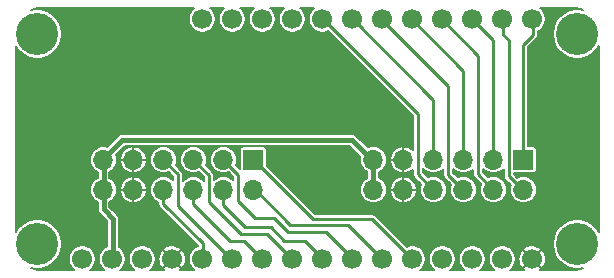
<source format=gbr>
G04 #@! TF.GenerationSoftware,KiCad,Pcbnew,(5.1.2)-1*
G04 #@! TF.CreationDate,2019-07-17T11:08:16+10:00*
G04 #@! TF.ProjectId,pmod-breakout,706d6f64-2d62-4726-9561-6b6f75742e6b,rev?*
G04 #@! TF.SameCoordinates,Original*
G04 #@! TF.FileFunction,Copper,L1,Top*
G04 #@! TF.FilePolarity,Positive*
%FSLAX46Y46*%
G04 Gerber Fmt 4.6, Leading zero omitted, Abs format (unit mm)*
G04 Created by KiCad (PCBNEW (5.1.2)-1) date 2019-07-17 11:08:16*
%MOMM*%
%LPD*%
G04 APERTURE LIST*
%ADD10C,1.700000*%
%ADD11C,3.556000*%
%ADD12R,1.700000X1.700000*%
%ADD13O,1.700000X1.700000*%
%ADD14C,0.300000*%
%ADD15C,0.400000*%
%ADD16C,0.250000*%
%ADD17C,0.200000*%
G04 APERTURE END LIST*
D10*
X94230000Y-79010000D03*
X96770000Y-79010000D03*
X99310000Y-79010000D03*
X101850000Y-79010000D03*
X104390000Y-79010000D03*
X106930000Y-79010000D03*
X109470000Y-79010000D03*
X112010000Y-79010000D03*
X114550000Y-79010000D03*
X117090000Y-79010000D03*
X119630000Y-79010000D03*
X122170000Y-79010000D03*
X124710000Y-79010000D03*
X127250000Y-79010000D03*
X91690000Y-79010000D03*
X129790000Y-79010000D03*
X101850000Y-58690000D03*
X104390000Y-58690000D03*
X106930000Y-58690000D03*
X109470000Y-58690000D03*
X112010000Y-58690000D03*
X114550000Y-58690000D03*
X117090000Y-58690000D03*
X119630000Y-58690000D03*
X122170000Y-58690000D03*
X124710000Y-58690000D03*
X127250000Y-58690000D03*
X129790000Y-58690000D03*
D11*
X87880000Y-59960000D03*
X133600000Y-59960000D03*
X87880000Y-77740000D03*
X133600000Y-77740000D03*
D12*
X106182440Y-70615200D03*
D13*
X93482440Y-73155200D03*
X96022440Y-70615200D03*
X96022440Y-73155200D03*
X98562440Y-70615200D03*
X98562440Y-73155200D03*
X101102440Y-70615200D03*
X101102440Y-73155200D03*
X103642440Y-70615200D03*
X103642440Y-73155200D03*
X93482440Y-70615200D03*
X106182440Y-73155200D03*
D12*
X129042440Y-70615200D03*
D13*
X116342440Y-73155200D03*
X118882440Y-70615200D03*
X118882440Y-73155200D03*
X121422440Y-70615200D03*
X121422440Y-73155200D03*
X123962440Y-70615200D03*
X123962440Y-73155200D03*
X126502440Y-70615200D03*
X126502440Y-73155200D03*
X116342440Y-70615200D03*
X129042440Y-73155200D03*
D14*
X116400000Y-73100000D02*
X116300000Y-73200000D01*
D15*
X116300000Y-70700000D02*
X116300000Y-73200000D01*
X114500000Y-68900000D02*
X116300000Y-70700000D01*
X97195559Y-68900000D02*
X114500000Y-68900000D01*
X97195559Y-68900000D02*
X95100000Y-68900000D01*
X95100000Y-68900000D02*
X93400000Y-70600000D01*
X93400000Y-70600000D02*
X93500000Y-70700000D01*
X93500000Y-72000000D02*
X93500000Y-72700000D01*
X93500000Y-70700000D02*
X93500000Y-72000000D01*
X93500000Y-72000000D02*
X93500000Y-73200000D01*
X93500000Y-72700000D02*
X93500000Y-74800000D01*
X93500000Y-74800000D02*
X94300000Y-75600000D01*
X94300000Y-75600000D02*
X94300000Y-79000000D01*
D14*
X96022440Y-73177560D02*
X96000000Y-73200000D01*
D16*
X98562440Y-74357281D02*
X101900000Y-77694841D01*
X98562440Y-73155200D02*
X98562440Y-74357281D01*
X101900000Y-77694841D02*
X101900000Y-79100000D01*
X99800000Y-74500000D02*
X104400000Y-79100000D01*
X98562440Y-70615200D02*
X99800000Y-71852760D01*
X99800000Y-71852760D02*
X99800000Y-74500000D01*
X101102440Y-74357281D02*
X104245159Y-77500000D01*
X101102440Y-73155200D02*
X101102440Y-74357281D01*
X104245159Y-77500000D02*
X105400000Y-77500000D01*
X105400000Y-77500000D02*
X106900000Y-79000000D01*
X107300000Y-76900000D02*
X109500000Y-79100000D01*
X105100000Y-76900000D02*
X107300000Y-76900000D01*
X102400000Y-74200000D02*
X105100000Y-76900000D01*
X101102440Y-70615200D02*
X102400000Y-71912760D01*
X102400000Y-71912760D02*
X102400000Y-74200000D01*
X103600000Y-73197640D02*
X103642440Y-73155200D01*
X103600000Y-73600000D02*
X103600000Y-73197640D01*
X110550000Y-77450000D02*
X112200000Y-79100000D01*
X108800000Y-77450000D02*
X110550000Y-77450000D01*
X107650000Y-76300000D02*
X108800000Y-77450000D01*
X105500000Y-76300000D02*
X107650000Y-76300000D01*
X103600000Y-73197640D02*
X103600000Y-74400000D01*
X103600000Y-74400000D02*
X105500000Y-76300000D01*
X112350000Y-76750000D02*
X114600000Y-79000000D01*
X103642440Y-70615200D02*
X104900000Y-71872760D01*
X104900000Y-74100000D02*
X106300000Y-75500000D01*
X106300000Y-75500000D02*
X107900000Y-75500000D01*
X104900000Y-71872760D02*
X104900000Y-74100000D01*
X107900000Y-75500000D02*
X109150000Y-76750000D01*
X109150000Y-76750000D02*
X112350000Y-76750000D01*
X106182440Y-73155200D02*
X106391611Y-73155200D01*
X114200000Y-76100000D02*
X117200000Y-79100000D01*
X109300000Y-76100000D02*
X114200000Y-76100000D01*
X106300000Y-73100000D02*
X109300000Y-76100000D01*
X106200000Y-73100000D02*
X106300000Y-73100000D01*
X106182440Y-73155200D02*
X106200000Y-73137640D01*
X106200000Y-73137640D02*
X106200000Y-73100000D01*
X116200000Y-75600000D02*
X119700000Y-79100000D01*
X111200000Y-75600000D02*
X116200000Y-75600000D01*
X106182440Y-70615200D02*
X106215200Y-70615200D01*
X106215200Y-70615200D02*
X111200000Y-75600000D01*
X120100000Y-66700000D02*
X112100000Y-58700000D01*
X121422440Y-73155200D02*
X120100000Y-71832760D01*
X120100000Y-71832760D02*
X120100000Y-66700000D01*
X121422440Y-65522440D02*
X114600000Y-58700000D01*
X121422440Y-70615200D02*
X121422440Y-65522440D01*
X122700000Y-64400000D02*
X117100000Y-58800000D01*
X123962440Y-73155200D02*
X122700000Y-71892760D01*
X122700000Y-71892760D02*
X122700000Y-64400000D01*
X123962440Y-63062440D02*
X119700000Y-58800000D01*
X123962440Y-70615200D02*
X123962440Y-63062440D01*
X125200000Y-61800000D02*
X122200000Y-58800000D01*
X126502440Y-73155200D02*
X125200000Y-71852760D01*
X125200000Y-71852760D02*
X125200000Y-61800000D01*
X126502440Y-60502440D02*
X124800000Y-58800000D01*
X126502440Y-70615200D02*
X126502440Y-60502440D01*
X127800000Y-72000000D02*
X129000000Y-73200000D01*
X127800000Y-60500000D02*
X127800000Y-72000000D01*
X127310000Y-60010000D02*
X127800000Y-60500000D01*
X127300000Y-58700000D02*
X127310000Y-58710000D01*
X127310000Y-58710000D02*
X127310000Y-60010000D01*
X129900000Y-58800000D02*
X129800000Y-58700000D01*
X129900000Y-60000000D02*
X129900000Y-58800000D01*
X129042440Y-70615200D02*
X129042440Y-60857560D01*
X129042440Y-60857560D02*
X129900000Y-60000000D01*
D17*
G36*
X101116918Y-57796737D02*
G01*
X100956737Y-57956918D01*
X100830884Y-58145271D01*
X100744194Y-58354557D01*
X100700000Y-58576735D01*
X100700000Y-58803265D01*
X100744194Y-59025443D01*
X100830884Y-59234729D01*
X100956737Y-59423082D01*
X101116918Y-59583263D01*
X101305271Y-59709116D01*
X101514557Y-59795806D01*
X101736735Y-59840000D01*
X101963265Y-59840000D01*
X102185443Y-59795806D01*
X102394729Y-59709116D01*
X102583082Y-59583263D01*
X102743263Y-59423082D01*
X102869116Y-59234729D01*
X102955806Y-59025443D01*
X103000000Y-58803265D01*
X103000000Y-58576735D01*
X102955806Y-58354557D01*
X102869116Y-58145271D01*
X102743263Y-57956918D01*
X102583082Y-57796737D01*
X102505652Y-57745000D01*
X103734348Y-57745000D01*
X103656918Y-57796737D01*
X103496737Y-57956918D01*
X103370884Y-58145271D01*
X103284194Y-58354557D01*
X103240000Y-58576735D01*
X103240000Y-58803265D01*
X103284194Y-59025443D01*
X103370884Y-59234729D01*
X103496737Y-59423082D01*
X103656918Y-59583263D01*
X103845271Y-59709116D01*
X104054557Y-59795806D01*
X104276735Y-59840000D01*
X104503265Y-59840000D01*
X104725443Y-59795806D01*
X104934729Y-59709116D01*
X105123082Y-59583263D01*
X105283263Y-59423082D01*
X105409116Y-59234729D01*
X105495806Y-59025443D01*
X105540000Y-58803265D01*
X105540000Y-58576735D01*
X105495806Y-58354557D01*
X105409116Y-58145271D01*
X105283263Y-57956918D01*
X105123082Y-57796737D01*
X105045652Y-57745000D01*
X106274348Y-57745000D01*
X106196918Y-57796737D01*
X106036737Y-57956918D01*
X105910884Y-58145271D01*
X105824194Y-58354557D01*
X105780000Y-58576735D01*
X105780000Y-58803265D01*
X105824194Y-59025443D01*
X105910884Y-59234729D01*
X106036737Y-59423082D01*
X106196918Y-59583263D01*
X106385271Y-59709116D01*
X106594557Y-59795806D01*
X106816735Y-59840000D01*
X107043265Y-59840000D01*
X107265443Y-59795806D01*
X107474729Y-59709116D01*
X107663082Y-59583263D01*
X107823263Y-59423082D01*
X107949116Y-59234729D01*
X108035806Y-59025443D01*
X108080000Y-58803265D01*
X108080000Y-58576735D01*
X108035806Y-58354557D01*
X107949116Y-58145271D01*
X107823263Y-57956918D01*
X107663082Y-57796737D01*
X107585652Y-57745000D01*
X108814348Y-57745000D01*
X108736918Y-57796737D01*
X108576737Y-57956918D01*
X108450884Y-58145271D01*
X108364194Y-58354557D01*
X108320000Y-58576735D01*
X108320000Y-58803265D01*
X108364194Y-59025443D01*
X108450884Y-59234729D01*
X108576737Y-59423082D01*
X108736918Y-59583263D01*
X108925271Y-59709116D01*
X109134557Y-59795806D01*
X109356735Y-59840000D01*
X109583265Y-59840000D01*
X109805443Y-59795806D01*
X110014729Y-59709116D01*
X110203082Y-59583263D01*
X110363263Y-59423082D01*
X110489116Y-59234729D01*
X110575806Y-59025443D01*
X110620000Y-58803265D01*
X110620000Y-58576735D01*
X110575806Y-58354557D01*
X110489116Y-58145271D01*
X110363263Y-57956918D01*
X110203082Y-57796737D01*
X110125652Y-57745000D01*
X111354348Y-57745000D01*
X111276918Y-57796737D01*
X111116737Y-57956918D01*
X110990884Y-58145271D01*
X110904194Y-58354557D01*
X110860000Y-58576735D01*
X110860000Y-58803265D01*
X110904194Y-59025443D01*
X110990884Y-59234729D01*
X111116737Y-59423082D01*
X111276918Y-59583263D01*
X111465271Y-59709116D01*
X111674557Y-59795806D01*
X111896735Y-59840000D01*
X112123265Y-59840000D01*
X112345443Y-59795806D01*
X112521740Y-59722780D01*
X119675001Y-66876042D01*
X119675000Y-69774925D01*
X119560219Y-69673810D01*
X119363540Y-69559670D01*
X119148372Y-69486094D01*
X119068841Y-69470275D01*
X118887440Y-69532712D01*
X118887440Y-70610200D01*
X118907440Y-70610200D01*
X118907440Y-70620200D01*
X118887440Y-70620200D01*
X118887440Y-71697688D01*
X119068841Y-71760125D01*
X119148372Y-71744306D01*
X119363540Y-71670730D01*
X119560219Y-71556590D01*
X119675000Y-71455475D01*
X119675000Y-71811893D01*
X119672945Y-71832760D01*
X119675000Y-71853627D01*
X119675000Y-71853633D01*
X119681150Y-71916073D01*
X119705452Y-71996186D01*
X119744916Y-72070019D01*
X119798026Y-72134734D01*
X119814244Y-72148044D01*
X120363319Y-72697119D01*
X120354838Y-72712985D01*
X120289080Y-72929761D01*
X120266876Y-73155200D01*
X120289080Y-73380639D01*
X120354838Y-73597415D01*
X120461624Y-73797197D01*
X120605333Y-73972307D01*
X120780443Y-74116016D01*
X120980225Y-74222802D01*
X121197001Y-74288560D01*
X121365948Y-74305200D01*
X121478932Y-74305200D01*
X121647879Y-74288560D01*
X121864655Y-74222802D01*
X122064437Y-74116016D01*
X122239547Y-73972307D01*
X122383256Y-73797197D01*
X122490042Y-73597415D01*
X122555800Y-73380639D01*
X122578004Y-73155200D01*
X122555800Y-72929761D01*
X122490042Y-72712985D01*
X122383256Y-72513203D01*
X122239547Y-72338093D01*
X122064437Y-72194384D01*
X121864655Y-72087598D01*
X121647879Y-72021840D01*
X121478932Y-72005200D01*
X121365948Y-72005200D01*
X121197001Y-72021840D01*
X120980225Y-72087598D01*
X120964359Y-72096079D01*
X120525000Y-71656720D01*
X120525000Y-71334421D01*
X120605333Y-71432307D01*
X120780443Y-71576016D01*
X120980225Y-71682802D01*
X121197001Y-71748560D01*
X121365948Y-71765200D01*
X121478932Y-71765200D01*
X121647879Y-71748560D01*
X121864655Y-71682802D01*
X122064437Y-71576016D01*
X122239547Y-71432307D01*
X122275000Y-71389107D01*
X122275000Y-71871893D01*
X122272945Y-71892760D01*
X122275000Y-71913627D01*
X122275000Y-71913633D01*
X122279180Y-71956073D01*
X122281150Y-71976074D01*
X122288408Y-72000000D01*
X122305452Y-72056186D01*
X122344916Y-72130019D01*
X122398026Y-72194734D01*
X122414243Y-72208043D01*
X122903319Y-72697119D01*
X122894838Y-72712985D01*
X122829080Y-72929761D01*
X122806876Y-73155200D01*
X122829080Y-73380639D01*
X122894838Y-73597415D01*
X123001624Y-73797197D01*
X123145333Y-73972307D01*
X123320443Y-74116016D01*
X123520225Y-74222802D01*
X123737001Y-74288560D01*
X123905948Y-74305200D01*
X124018932Y-74305200D01*
X124187879Y-74288560D01*
X124404655Y-74222802D01*
X124604437Y-74116016D01*
X124779547Y-73972307D01*
X124923256Y-73797197D01*
X125030042Y-73597415D01*
X125095800Y-73380639D01*
X125118004Y-73155200D01*
X125095800Y-72929761D01*
X125030042Y-72712985D01*
X124923256Y-72513203D01*
X124779547Y-72338093D01*
X124604437Y-72194384D01*
X124404655Y-72087598D01*
X124187879Y-72021840D01*
X124018932Y-72005200D01*
X123905948Y-72005200D01*
X123737001Y-72021840D01*
X123520225Y-72087598D01*
X123504359Y-72096079D01*
X123125000Y-71716720D01*
X123125000Y-71407531D01*
X123145333Y-71432307D01*
X123320443Y-71576016D01*
X123520225Y-71682802D01*
X123737001Y-71748560D01*
X123905948Y-71765200D01*
X124018932Y-71765200D01*
X124187879Y-71748560D01*
X124404655Y-71682802D01*
X124604437Y-71576016D01*
X124775000Y-71436039D01*
X124775000Y-71831893D01*
X124772945Y-71852760D01*
X124775000Y-71873627D01*
X124775000Y-71873633D01*
X124781150Y-71936073D01*
X124805452Y-72016186D01*
X124844916Y-72090019D01*
X124898026Y-72154734D01*
X124914243Y-72168043D01*
X125443319Y-72697119D01*
X125434838Y-72712985D01*
X125369080Y-72929761D01*
X125346876Y-73155200D01*
X125369080Y-73380639D01*
X125434838Y-73597415D01*
X125541624Y-73797197D01*
X125685333Y-73972307D01*
X125860443Y-74116016D01*
X126060225Y-74222802D01*
X126277001Y-74288560D01*
X126445948Y-74305200D01*
X126558932Y-74305200D01*
X126727879Y-74288560D01*
X126944655Y-74222802D01*
X127144437Y-74116016D01*
X127319547Y-73972307D01*
X127463256Y-73797197D01*
X127570042Y-73597415D01*
X127635800Y-73380639D01*
X127658004Y-73155200D01*
X127635800Y-72929761D01*
X127570042Y-72712985D01*
X127463256Y-72513203D01*
X127319547Y-72338093D01*
X127144437Y-72194384D01*
X126944655Y-72087598D01*
X126727879Y-72021840D01*
X126558932Y-72005200D01*
X126445948Y-72005200D01*
X126277001Y-72021840D01*
X126060225Y-72087598D01*
X126044359Y-72096079D01*
X125625000Y-71676720D01*
X125625000Y-71358791D01*
X125685333Y-71432307D01*
X125860443Y-71576016D01*
X126060225Y-71682802D01*
X126277001Y-71748560D01*
X126445948Y-71765200D01*
X126558932Y-71765200D01*
X126727879Y-71748560D01*
X126944655Y-71682802D01*
X127144437Y-71576016D01*
X127319547Y-71432307D01*
X127375001Y-71364736D01*
X127375001Y-71979123D01*
X127372945Y-72000000D01*
X127381150Y-72083314D01*
X127401386Y-72150019D01*
X127405453Y-72163427D01*
X127444917Y-72237260D01*
X127498027Y-72301974D01*
X127514239Y-72315279D01*
X127960200Y-72761240D01*
X127909080Y-72929761D01*
X127886876Y-73155200D01*
X127909080Y-73380639D01*
X127974838Y-73597415D01*
X128081624Y-73797197D01*
X128225333Y-73972307D01*
X128400443Y-74116016D01*
X128600225Y-74222802D01*
X128817001Y-74288560D01*
X128985948Y-74305200D01*
X129098932Y-74305200D01*
X129267879Y-74288560D01*
X129484655Y-74222802D01*
X129684437Y-74116016D01*
X129859547Y-73972307D01*
X130003256Y-73797197D01*
X130110042Y-73597415D01*
X130175800Y-73380639D01*
X130198004Y-73155200D01*
X130175800Y-72929761D01*
X130110042Y-72712985D01*
X130003256Y-72513203D01*
X129859547Y-72338093D01*
X129684437Y-72194384D01*
X129484655Y-72087598D01*
X129267879Y-72021840D01*
X129098932Y-72005200D01*
X128985948Y-72005200D01*
X128817001Y-72021840D01*
X128600225Y-72087598D01*
X128527507Y-72126467D01*
X128225000Y-71823960D01*
X128225000Y-71766651D01*
X129892440Y-71766651D01*
X129951250Y-71760859D01*
X130007800Y-71743704D01*
X130059917Y-71715847D01*
X130105598Y-71678358D01*
X130143087Y-71632677D01*
X130170944Y-71580560D01*
X130188099Y-71524010D01*
X130193891Y-71465200D01*
X130193891Y-69765200D01*
X130188099Y-69706390D01*
X130170944Y-69649840D01*
X130143087Y-69597723D01*
X130105598Y-69552042D01*
X130059917Y-69514553D01*
X130007800Y-69486696D01*
X129951250Y-69469541D01*
X129892440Y-69463749D01*
X129467440Y-69463749D01*
X129467440Y-61033600D01*
X130185763Y-60315278D01*
X130201974Y-60301974D01*
X130217003Y-60283662D01*
X130227832Y-60270466D01*
X130255084Y-60237260D01*
X130294548Y-60163427D01*
X130317736Y-60086986D01*
X130318850Y-60083315D01*
X130319871Y-60072944D01*
X130325000Y-60020874D01*
X130325000Y-60020867D01*
X130327055Y-60000000D01*
X130325000Y-59979133D01*
X130325000Y-59713146D01*
X130334729Y-59709116D01*
X130523082Y-59583263D01*
X130683263Y-59423082D01*
X130809116Y-59234729D01*
X130895806Y-59025443D01*
X130940000Y-58803265D01*
X130940000Y-58576735D01*
X130895806Y-58354557D01*
X130809116Y-58145271D01*
X130683263Y-57956918D01*
X130523082Y-57796737D01*
X130445652Y-57745000D01*
X133177703Y-57745000D01*
X133623526Y-57788713D01*
X134037078Y-57913572D01*
X134081122Y-57936991D01*
X133804665Y-57882000D01*
X133395335Y-57882000D01*
X132993870Y-57961856D01*
X132615698Y-58118500D01*
X132275352Y-58345912D01*
X131985912Y-58635352D01*
X131758500Y-58975698D01*
X131601856Y-59353870D01*
X131522000Y-59755335D01*
X131522000Y-60164665D01*
X131601856Y-60566130D01*
X131758500Y-60944302D01*
X131985912Y-61284648D01*
X132275352Y-61574088D01*
X132615698Y-61801500D01*
X132993870Y-61958144D01*
X133395335Y-62038000D01*
X133804665Y-62038000D01*
X134206130Y-61958144D01*
X134584302Y-61801500D01*
X134924648Y-61574088D01*
X135214088Y-61284648D01*
X135408573Y-60993580D01*
X135408161Y-76705802D01*
X135214088Y-76415352D01*
X134924648Y-76125912D01*
X134584302Y-75898500D01*
X134206130Y-75741856D01*
X133804665Y-75662000D01*
X133395335Y-75662000D01*
X132993870Y-75741856D01*
X132615698Y-75898500D01*
X132275352Y-76125912D01*
X131985912Y-76415352D01*
X131758500Y-76755698D01*
X131601856Y-77133870D01*
X131522000Y-77535335D01*
X131522000Y-77944665D01*
X131601856Y-78346130D01*
X131758500Y-78724302D01*
X131985912Y-79064648D01*
X132275352Y-79354088D01*
X132615698Y-79581500D01*
X132993870Y-79738144D01*
X133395335Y-79818000D01*
X133804665Y-79818000D01*
X134074505Y-79764326D01*
X134012009Y-79796582D01*
X133596007Y-79916655D01*
X133178696Y-79955000D01*
X130471534Y-79955000D01*
X130555869Y-79782940D01*
X129790000Y-79017071D01*
X129024131Y-79782940D01*
X129108466Y-79955000D01*
X127905652Y-79955000D01*
X127983082Y-79903263D01*
X128143263Y-79743082D01*
X128269116Y-79554729D01*
X128355806Y-79345443D01*
X128400000Y-79123265D01*
X128400000Y-78969235D01*
X128625101Y-78969235D01*
X128639532Y-79197279D01*
X128698174Y-79418126D01*
X128798774Y-79623289D01*
X128844069Y-79691078D01*
X129017060Y-79775869D01*
X129782929Y-79010000D01*
X129797071Y-79010000D01*
X130562940Y-79775869D01*
X130735931Y-79691078D01*
X130850627Y-79493450D01*
X130924563Y-79277242D01*
X130954899Y-79050765D01*
X130940468Y-78822721D01*
X130881826Y-78601874D01*
X130781226Y-78396711D01*
X130735931Y-78328922D01*
X130562940Y-78244131D01*
X129797071Y-79010000D01*
X129782929Y-79010000D01*
X129017060Y-78244131D01*
X128844069Y-78328922D01*
X128729373Y-78526550D01*
X128655437Y-78742758D01*
X128625101Y-78969235D01*
X128400000Y-78969235D01*
X128400000Y-78896735D01*
X128355806Y-78674557D01*
X128269116Y-78465271D01*
X128143263Y-78276918D01*
X128103405Y-78237060D01*
X129024131Y-78237060D01*
X129790000Y-79002929D01*
X130555869Y-78237060D01*
X130471078Y-78064069D01*
X130273450Y-77949373D01*
X130057242Y-77875437D01*
X129830765Y-77845101D01*
X129602721Y-77859532D01*
X129381874Y-77918174D01*
X129176711Y-78018774D01*
X129108922Y-78064069D01*
X129024131Y-78237060D01*
X128103405Y-78237060D01*
X127983082Y-78116737D01*
X127794729Y-77990884D01*
X127585443Y-77904194D01*
X127363265Y-77860000D01*
X127136735Y-77860000D01*
X126914557Y-77904194D01*
X126705271Y-77990884D01*
X126516918Y-78116737D01*
X126356737Y-78276918D01*
X126230884Y-78465271D01*
X126144194Y-78674557D01*
X126100000Y-78896735D01*
X126100000Y-79123265D01*
X126144194Y-79345443D01*
X126230884Y-79554729D01*
X126356737Y-79743082D01*
X126516918Y-79903263D01*
X126594348Y-79955000D01*
X125365652Y-79955000D01*
X125443082Y-79903263D01*
X125603263Y-79743082D01*
X125729116Y-79554729D01*
X125815806Y-79345443D01*
X125860000Y-79123265D01*
X125860000Y-78896735D01*
X125815806Y-78674557D01*
X125729116Y-78465271D01*
X125603263Y-78276918D01*
X125443082Y-78116737D01*
X125254729Y-77990884D01*
X125045443Y-77904194D01*
X124823265Y-77860000D01*
X124596735Y-77860000D01*
X124374557Y-77904194D01*
X124165271Y-77990884D01*
X123976918Y-78116737D01*
X123816737Y-78276918D01*
X123690884Y-78465271D01*
X123604194Y-78674557D01*
X123560000Y-78896735D01*
X123560000Y-79123265D01*
X123604194Y-79345443D01*
X123690884Y-79554729D01*
X123816737Y-79743082D01*
X123976918Y-79903263D01*
X124054348Y-79955000D01*
X122825652Y-79955000D01*
X122903082Y-79903263D01*
X123063263Y-79743082D01*
X123189116Y-79554729D01*
X123275806Y-79345443D01*
X123320000Y-79123265D01*
X123320000Y-78896735D01*
X123275806Y-78674557D01*
X123189116Y-78465271D01*
X123063263Y-78276918D01*
X122903082Y-78116737D01*
X122714729Y-77990884D01*
X122505443Y-77904194D01*
X122283265Y-77860000D01*
X122056735Y-77860000D01*
X121834557Y-77904194D01*
X121625271Y-77990884D01*
X121436918Y-78116737D01*
X121276737Y-78276918D01*
X121150884Y-78465271D01*
X121064194Y-78674557D01*
X121020000Y-78896735D01*
X121020000Y-79123265D01*
X121064194Y-79345443D01*
X121150884Y-79554729D01*
X121276737Y-79743082D01*
X121436918Y-79903263D01*
X121514348Y-79955000D01*
X120285652Y-79955000D01*
X120363082Y-79903263D01*
X120523263Y-79743082D01*
X120649116Y-79554729D01*
X120735806Y-79345443D01*
X120780000Y-79123265D01*
X120780000Y-78896735D01*
X120735806Y-78674557D01*
X120649116Y-78465271D01*
X120523263Y-78276918D01*
X120363082Y-78116737D01*
X120174729Y-77990884D01*
X119965443Y-77904194D01*
X119743265Y-77860000D01*
X119516735Y-77860000D01*
X119294557Y-77904194D01*
X119160686Y-77959646D01*
X116515283Y-75314243D01*
X116501974Y-75298026D01*
X116437260Y-75244916D01*
X116363427Y-75205452D01*
X116283314Y-75181150D01*
X116220874Y-75175000D01*
X116220867Y-75175000D01*
X116200000Y-75172945D01*
X116179133Y-75175000D01*
X111376041Y-75175000D01*
X107333891Y-71132851D01*
X107333891Y-69765200D01*
X107328099Y-69706390D01*
X107310944Y-69649840D01*
X107283087Y-69597723D01*
X107245598Y-69552042D01*
X107199917Y-69514553D01*
X107147800Y-69486696D01*
X107091250Y-69469541D01*
X107032440Y-69463749D01*
X105332440Y-69463749D01*
X105273630Y-69469541D01*
X105217080Y-69486696D01*
X105164963Y-69514553D01*
X105119282Y-69552042D01*
X105081793Y-69597723D01*
X105053936Y-69649840D01*
X105036781Y-69706390D01*
X105030989Y-69765200D01*
X105030989Y-71402708D01*
X104701561Y-71073281D01*
X104710042Y-71057415D01*
X104775800Y-70840639D01*
X104798004Y-70615200D01*
X104775800Y-70389761D01*
X104710042Y-70172985D01*
X104603256Y-69973203D01*
X104459547Y-69798093D01*
X104284437Y-69654384D01*
X104084655Y-69547598D01*
X103867879Y-69481840D01*
X103698932Y-69465200D01*
X103585948Y-69465200D01*
X103417001Y-69481840D01*
X103200225Y-69547598D01*
X103000443Y-69654384D01*
X102825333Y-69798093D01*
X102681624Y-69973203D01*
X102574838Y-70172985D01*
X102509080Y-70389761D01*
X102486876Y-70615200D01*
X102509080Y-70840639D01*
X102574838Y-71057415D01*
X102681624Y-71257197D01*
X102825333Y-71432307D01*
X103000443Y-71576016D01*
X103200225Y-71682802D01*
X103417001Y-71748560D01*
X103585948Y-71765200D01*
X103698932Y-71765200D01*
X103867879Y-71748560D01*
X104084655Y-71682802D01*
X104100521Y-71674321D01*
X104475000Y-72048801D01*
X104475000Y-72356923D01*
X104459547Y-72338093D01*
X104284437Y-72194384D01*
X104084655Y-72087598D01*
X103867879Y-72021840D01*
X103698932Y-72005200D01*
X103585948Y-72005200D01*
X103417001Y-72021840D01*
X103200225Y-72087598D01*
X103000443Y-72194384D01*
X102825333Y-72338093D01*
X102825000Y-72338499D01*
X102825000Y-71933627D01*
X102827055Y-71912760D01*
X102825000Y-71891893D01*
X102825000Y-71891886D01*
X102818850Y-71829446D01*
X102794548Y-71749333D01*
X102755084Y-71675500D01*
X102701974Y-71610786D01*
X102685763Y-71597482D01*
X102161561Y-71073281D01*
X102170042Y-71057415D01*
X102235800Y-70840639D01*
X102258004Y-70615200D01*
X102235800Y-70389761D01*
X102170042Y-70172985D01*
X102063256Y-69973203D01*
X101919547Y-69798093D01*
X101744437Y-69654384D01*
X101544655Y-69547598D01*
X101327879Y-69481840D01*
X101158932Y-69465200D01*
X101045948Y-69465200D01*
X100877001Y-69481840D01*
X100660225Y-69547598D01*
X100460443Y-69654384D01*
X100285333Y-69798093D01*
X100141624Y-69973203D01*
X100034838Y-70172985D01*
X99969080Y-70389761D01*
X99946876Y-70615200D01*
X99969080Y-70840639D01*
X100034838Y-71057415D01*
X100141624Y-71257197D01*
X100285333Y-71432307D01*
X100460443Y-71576016D01*
X100660225Y-71682802D01*
X100877001Y-71748560D01*
X101045948Y-71765200D01*
X101158932Y-71765200D01*
X101327879Y-71748560D01*
X101544655Y-71682802D01*
X101560521Y-71674321D01*
X101975000Y-72088801D01*
X101975000Y-72405663D01*
X101919547Y-72338093D01*
X101744437Y-72194384D01*
X101544655Y-72087598D01*
X101327879Y-72021840D01*
X101158932Y-72005200D01*
X101045948Y-72005200D01*
X100877001Y-72021840D01*
X100660225Y-72087598D01*
X100460443Y-72194384D01*
X100285333Y-72338093D01*
X100225000Y-72411609D01*
X100225000Y-71873626D01*
X100227055Y-71852759D01*
X100225000Y-71831892D01*
X100225000Y-71831886D01*
X100218850Y-71769446D01*
X100212749Y-71749332D01*
X100200615Y-71709334D01*
X100194548Y-71689333D01*
X100155084Y-71615500D01*
X100101974Y-71550786D01*
X100085761Y-71537480D01*
X99621561Y-71073281D01*
X99630042Y-71057415D01*
X99695800Y-70840639D01*
X99718004Y-70615200D01*
X99695800Y-70389761D01*
X99630042Y-70172985D01*
X99523256Y-69973203D01*
X99379547Y-69798093D01*
X99204437Y-69654384D01*
X99004655Y-69547598D01*
X98787879Y-69481840D01*
X98618932Y-69465200D01*
X98505948Y-69465200D01*
X98337001Y-69481840D01*
X98120225Y-69547598D01*
X97920443Y-69654384D01*
X97745333Y-69798093D01*
X97601624Y-69973203D01*
X97494838Y-70172985D01*
X97429080Y-70389761D01*
X97406876Y-70615200D01*
X97429080Y-70840639D01*
X97494838Y-71057415D01*
X97601624Y-71257197D01*
X97745333Y-71432307D01*
X97920443Y-71576016D01*
X98120225Y-71682802D01*
X98337001Y-71748560D01*
X98505948Y-71765200D01*
X98618932Y-71765200D01*
X98787879Y-71748560D01*
X99004655Y-71682802D01*
X99020521Y-71674321D01*
X99375000Y-72028801D01*
X99375000Y-72334362D01*
X99204437Y-72194384D01*
X99004655Y-72087598D01*
X98787879Y-72021840D01*
X98618932Y-72005200D01*
X98505948Y-72005200D01*
X98337001Y-72021840D01*
X98120225Y-72087598D01*
X97920443Y-72194384D01*
X97745333Y-72338093D01*
X97601624Y-72513203D01*
X97494838Y-72712985D01*
X97429080Y-72929761D01*
X97406876Y-73155200D01*
X97429080Y-73380639D01*
X97494838Y-73597415D01*
X97601624Y-73797197D01*
X97745333Y-73972307D01*
X97920443Y-74116016D01*
X98120225Y-74222802D01*
X98137441Y-74228024D01*
X98137441Y-74336405D01*
X98135385Y-74357281D01*
X98143590Y-74440595D01*
X98159957Y-74494548D01*
X98167893Y-74520708D01*
X98207357Y-74594541D01*
X98260467Y-74659255D01*
X98276679Y-74672560D01*
X101475000Y-77870881D01*
X101475000Y-77920579D01*
X101305271Y-77990884D01*
X101116918Y-78116737D01*
X100956737Y-78276918D01*
X100830884Y-78465271D01*
X100744194Y-78674557D01*
X100700000Y-78896735D01*
X100700000Y-79123265D01*
X100744194Y-79345443D01*
X100830884Y-79554729D01*
X100956737Y-79743082D01*
X101116918Y-79903263D01*
X101194348Y-79955000D01*
X99991534Y-79955000D01*
X100075869Y-79782940D01*
X99310000Y-79017071D01*
X98544131Y-79782940D01*
X98628466Y-79955000D01*
X97425652Y-79955000D01*
X97503082Y-79903263D01*
X97663263Y-79743082D01*
X97789116Y-79554729D01*
X97875806Y-79345443D01*
X97920000Y-79123265D01*
X97920000Y-78969235D01*
X98145101Y-78969235D01*
X98159532Y-79197279D01*
X98218174Y-79418126D01*
X98318774Y-79623289D01*
X98364069Y-79691078D01*
X98537060Y-79775869D01*
X99302929Y-79010000D01*
X99317071Y-79010000D01*
X100082940Y-79775869D01*
X100255931Y-79691078D01*
X100370627Y-79493450D01*
X100444563Y-79277242D01*
X100474899Y-79050765D01*
X100460468Y-78822721D01*
X100401826Y-78601874D01*
X100301226Y-78396711D01*
X100255931Y-78328922D01*
X100082940Y-78244131D01*
X99317071Y-79010000D01*
X99302929Y-79010000D01*
X98537060Y-78244131D01*
X98364069Y-78328922D01*
X98249373Y-78526550D01*
X98175437Y-78742758D01*
X98145101Y-78969235D01*
X97920000Y-78969235D01*
X97920000Y-78896735D01*
X97875806Y-78674557D01*
X97789116Y-78465271D01*
X97663263Y-78276918D01*
X97623405Y-78237060D01*
X98544131Y-78237060D01*
X99310000Y-79002929D01*
X100075869Y-78237060D01*
X99991078Y-78064069D01*
X99793450Y-77949373D01*
X99577242Y-77875437D01*
X99350765Y-77845101D01*
X99122721Y-77859532D01*
X98901874Y-77918174D01*
X98696711Y-78018774D01*
X98628922Y-78064069D01*
X98544131Y-78237060D01*
X97623405Y-78237060D01*
X97503082Y-78116737D01*
X97314729Y-77990884D01*
X97105443Y-77904194D01*
X96883265Y-77860000D01*
X96656735Y-77860000D01*
X96434557Y-77904194D01*
X96225271Y-77990884D01*
X96036918Y-78116737D01*
X95876737Y-78276918D01*
X95750884Y-78465271D01*
X95664194Y-78674557D01*
X95620000Y-78896735D01*
X95620000Y-79123265D01*
X95664194Y-79345443D01*
X95750884Y-79554729D01*
X95876737Y-79743082D01*
X96036918Y-79903263D01*
X96114348Y-79955000D01*
X94885652Y-79955000D01*
X94963082Y-79903263D01*
X95123263Y-79743082D01*
X95249116Y-79554729D01*
X95335806Y-79345443D01*
X95380000Y-79123265D01*
X95380000Y-78896735D01*
X95335806Y-78674557D01*
X95249116Y-78465271D01*
X95123263Y-78276918D01*
X94963082Y-78116737D01*
X94800000Y-78007769D01*
X94800000Y-75624560D01*
X94802419Y-75600000D01*
X94792765Y-75501983D01*
X94772923Y-75436572D01*
X94764175Y-75407733D01*
X94717746Y-75320871D01*
X94655264Y-75244736D01*
X94636187Y-75229080D01*
X94000000Y-74592895D01*
X94000000Y-74182529D01*
X94124437Y-74116016D01*
X94299547Y-73972307D01*
X94443256Y-73797197D01*
X94550042Y-73597415D01*
X94615800Y-73380639D01*
X94619644Y-73341601D01*
X94877515Y-73341601D01*
X94935879Y-73561383D01*
X95035999Y-73765556D01*
X95174028Y-73946273D01*
X95344661Y-74096590D01*
X95541340Y-74210730D01*
X95756508Y-74284306D01*
X95836039Y-74300125D01*
X96017440Y-74237688D01*
X96017440Y-73160200D01*
X96027440Y-73160200D01*
X96027440Y-74237688D01*
X96208841Y-74300125D01*
X96288372Y-74284306D01*
X96503540Y-74210730D01*
X96700219Y-74096590D01*
X96870852Y-73946273D01*
X97008881Y-73765556D01*
X97109001Y-73561383D01*
X97167365Y-73341601D01*
X97104929Y-73160200D01*
X96027440Y-73160200D01*
X96017440Y-73160200D01*
X94939951Y-73160200D01*
X94877515Y-73341601D01*
X94619644Y-73341601D01*
X94638004Y-73155200D01*
X94619645Y-72968799D01*
X94877515Y-72968799D01*
X94939951Y-73150200D01*
X96017440Y-73150200D01*
X96017440Y-72072712D01*
X96027440Y-72072712D01*
X96027440Y-73150200D01*
X97104929Y-73150200D01*
X97167365Y-72968799D01*
X97109001Y-72749017D01*
X97008881Y-72544844D01*
X96870852Y-72364127D01*
X96700219Y-72213810D01*
X96503540Y-72099670D01*
X96288372Y-72026094D01*
X96208841Y-72010275D01*
X96027440Y-72072712D01*
X96017440Y-72072712D01*
X95836039Y-72010275D01*
X95756508Y-72026094D01*
X95541340Y-72099670D01*
X95344661Y-72213810D01*
X95174028Y-72364127D01*
X95035999Y-72544844D01*
X94935879Y-72749017D01*
X94877515Y-72968799D01*
X94619645Y-72968799D01*
X94615800Y-72929761D01*
X94550042Y-72712985D01*
X94443256Y-72513203D01*
X94299547Y-72338093D01*
X94124437Y-72194384D01*
X94000000Y-72127871D01*
X94000000Y-71642529D01*
X94124437Y-71576016D01*
X94299547Y-71432307D01*
X94443256Y-71257197D01*
X94550042Y-71057415D01*
X94615800Y-70840639D01*
X94619644Y-70801601D01*
X94877515Y-70801601D01*
X94935879Y-71021383D01*
X95035999Y-71225556D01*
X95174028Y-71406273D01*
X95344661Y-71556590D01*
X95541340Y-71670730D01*
X95756508Y-71744306D01*
X95836039Y-71760125D01*
X96017440Y-71697688D01*
X96017440Y-70620200D01*
X96027440Y-70620200D01*
X96027440Y-71697688D01*
X96208841Y-71760125D01*
X96288372Y-71744306D01*
X96503540Y-71670730D01*
X96700219Y-71556590D01*
X96870852Y-71406273D01*
X97008881Y-71225556D01*
X97109001Y-71021383D01*
X97167365Y-70801601D01*
X97104929Y-70620200D01*
X96027440Y-70620200D01*
X96017440Y-70620200D01*
X94939951Y-70620200D01*
X94877515Y-70801601D01*
X94619644Y-70801601D01*
X94638004Y-70615200D01*
X94619645Y-70428799D01*
X94877515Y-70428799D01*
X94939951Y-70610200D01*
X96017440Y-70610200D01*
X96017440Y-69532712D01*
X96027440Y-69532712D01*
X96027440Y-70610200D01*
X97104929Y-70610200D01*
X97167365Y-70428799D01*
X97109001Y-70209017D01*
X97008881Y-70004844D01*
X96870852Y-69824127D01*
X96700219Y-69673810D01*
X96503540Y-69559670D01*
X96288372Y-69486094D01*
X96208841Y-69470275D01*
X96027440Y-69532712D01*
X96017440Y-69532712D01*
X95836039Y-69470275D01*
X95756508Y-69486094D01*
X95541340Y-69559670D01*
X95344661Y-69673810D01*
X95174028Y-69824127D01*
X95035999Y-70004844D01*
X94935879Y-70209017D01*
X94877515Y-70428799D01*
X94619645Y-70428799D01*
X94615800Y-70389761D01*
X94550042Y-70172985D01*
X94544496Y-70162609D01*
X95307106Y-69400000D01*
X114292895Y-69400000D01*
X115226204Y-70333310D01*
X115209080Y-70389761D01*
X115186876Y-70615200D01*
X115209080Y-70840639D01*
X115274838Y-71057415D01*
X115381624Y-71257197D01*
X115525333Y-71432307D01*
X115700443Y-71576016D01*
X115800000Y-71629231D01*
X115800001Y-72141169D01*
X115700443Y-72194384D01*
X115525333Y-72338093D01*
X115381624Y-72513203D01*
X115274838Y-72712985D01*
X115209080Y-72929761D01*
X115186876Y-73155200D01*
X115209080Y-73380639D01*
X115274838Y-73597415D01*
X115381624Y-73797197D01*
X115525333Y-73972307D01*
X115700443Y-74116016D01*
X115900225Y-74222802D01*
X116117001Y-74288560D01*
X116285948Y-74305200D01*
X116398932Y-74305200D01*
X116567879Y-74288560D01*
X116784655Y-74222802D01*
X116984437Y-74116016D01*
X117159547Y-73972307D01*
X117303256Y-73797197D01*
X117410042Y-73597415D01*
X117475800Y-73380639D01*
X117479644Y-73341601D01*
X117737515Y-73341601D01*
X117795879Y-73561383D01*
X117895999Y-73765556D01*
X118034028Y-73946273D01*
X118204661Y-74096590D01*
X118401340Y-74210730D01*
X118616508Y-74284306D01*
X118696039Y-74300125D01*
X118877440Y-74237688D01*
X118877440Y-73160200D01*
X118887440Y-73160200D01*
X118887440Y-74237688D01*
X119068841Y-74300125D01*
X119148372Y-74284306D01*
X119363540Y-74210730D01*
X119560219Y-74096590D01*
X119730852Y-73946273D01*
X119868881Y-73765556D01*
X119969001Y-73561383D01*
X120027365Y-73341601D01*
X119964929Y-73160200D01*
X118887440Y-73160200D01*
X118877440Y-73160200D01*
X117799951Y-73160200D01*
X117737515Y-73341601D01*
X117479644Y-73341601D01*
X117498004Y-73155200D01*
X117479645Y-72968799D01*
X117737515Y-72968799D01*
X117799951Y-73150200D01*
X118877440Y-73150200D01*
X118877440Y-72072712D01*
X118887440Y-72072712D01*
X118887440Y-73150200D01*
X119964929Y-73150200D01*
X120027365Y-72968799D01*
X119969001Y-72749017D01*
X119868881Y-72544844D01*
X119730852Y-72364127D01*
X119560219Y-72213810D01*
X119363540Y-72099670D01*
X119148372Y-72026094D01*
X119068841Y-72010275D01*
X118887440Y-72072712D01*
X118877440Y-72072712D01*
X118696039Y-72010275D01*
X118616508Y-72026094D01*
X118401340Y-72099670D01*
X118204661Y-72213810D01*
X118034028Y-72364127D01*
X117895999Y-72544844D01*
X117795879Y-72749017D01*
X117737515Y-72968799D01*
X117479645Y-72968799D01*
X117475800Y-72929761D01*
X117410042Y-72712985D01*
X117303256Y-72513203D01*
X117159547Y-72338093D01*
X116984437Y-72194384D01*
X116800000Y-72095800D01*
X116800000Y-71674600D01*
X116984437Y-71576016D01*
X117159547Y-71432307D01*
X117303256Y-71257197D01*
X117410042Y-71057415D01*
X117475800Y-70840639D01*
X117479644Y-70801601D01*
X117737515Y-70801601D01*
X117795879Y-71021383D01*
X117895999Y-71225556D01*
X118034028Y-71406273D01*
X118204661Y-71556590D01*
X118401340Y-71670730D01*
X118616508Y-71744306D01*
X118696039Y-71760125D01*
X118877440Y-71697688D01*
X118877440Y-70620200D01*
X117799951Y-70620200D01*
X117737515Y-70801601D01*
X117479644Y-70801601D01*
X117498004Y-70615200D01*
X117479645Y-70428799D01*
X117737515Y-70428799D01*
X117799951Y-70610200D01*
X118877440Y-70610200D01*
X118877440Y-69532712D01*
X118696039Y-69470275D01*
X118616508Y-69486094D01*
X118401340Y-69559670D01*
X118204661Y-69673810D01*
X118034028Y-69824127D01*
X117895999Y-70004844D01*
X117795879Y-70209017D01*
X117737515Y-70428799D01*
X117479645Y-70428799D01*
X117475800Y-70389761D01*
X117410042Y-70172985D01*
X117303256Y-69973203D01*
X117159547Y-69798093D01*
X116984437Y-69654384D01*
X116784655Y-69547598D01*
X116567879Y-69481840D01*
X116398932Y-69465200D01*
X116285948Y-69465200D01*
X116117001Y-69481840D01*
X115900225Y-69547598D01*
X115870560Y-69563454D01*
X114870929Y-68563824D01*
X114855264Y-68544736D01*
X114779129Y-68482254D01*
X114692267Y-68435825D01*
X114598017Y-68407235D01*
X114524560Y-68400000D01*
X114500000Y-68397581D01*
X114475440Y-68400000D01*
X95124557Y-68400000D01*
X95099999Y-68397581D01*
X95075441Y-68400000D01*
X95075440Y-68400000D01*
X95001983Y-68407235D01*
X94907733Y-68435825D01*
X94820871Y-68482254D01*
X94744736Y-68544736D01*
X94729075Y-68563819D01*
X93787041Y-69505853D01*
X93707879Y-69481840D01*
X93538932Y-69465200D01*
X93425948Y-69465200D01*
X93257001Y-69481840D01*
X93040225Y-69547598D01*
X92840443Y-69654384D01*
X92665333Y-69798093D01*
X92521624Y-69973203D01*
X92414838Y-70172985D01*
X92349080Y-70389761D01*
X92326876Y-70615200D01*
X92349080Y-70840639D01*
X92414838Y-71057415D01*
X92521624Y-71257197D01*
X92665333Y-71432307D01*
X92840443Y-71576016D01*
X93000001Y-71661302D01*
X93000001Y-71975431D01*
X93000000Y-71975441D01*
X93000000Y-72109099D01*
X92840443Y-72194384D01*
X92665333Y-72338093D01*
X92521624Y-72513203D01*
X92414838Y-72712985D01*
X92349080Y-72929761D01*
X92326876Y-73155200D01*
X92349080Y-73380639D01*
X92414838Y-73597415D01*
X92521624Y-73797197D01*
X92665333Y-73972307D01*
X92840443Y-74116016D01*
X93000001Y-74201302D01*
X93000001Y-74775430D01*
X92997581Y-74800000D01*
X93007235Y-74898017D01*
X93035826Y-74992267D01*
X93082255Y-75079129D01*
X93144737Y-75155264D01*
X93163819Y-75170924D01*
X93800000Y-75807107D01*
X93800001Y-77943361D01*
X93685271Y-77990884D01*
X93496918Y-78116737D01*
X93336737Y-78276918D01*
X93210884Y-78465271D01*
X93124194Y-78674557D01*
X93080000Y-78896735D01*
X93080000Y-79123265D01*
X93124194Y-79345443D01*
X93210884Y-79554729D01*
X93336737Y-79743082D01*
X93496918Y-79903263D01*
X93574348Y-79955000D01*
X92345652Y-79955000D01*
X92423082Y-79903263D01*
X92583263Y-79743082D01*
X92709116Y-79554729D01*
X92795806Y-79345443D01*
X92840000Y-79123265D01*
X92840000Y-78896735D01*
X92795806Y-78674557D01*
X92709116Y-78465271D01*
X92583263Y-78276918D01*
X92423082Y-78116737D01*
X92234729Y-77990884D01*
X92025443Y-77904194D01*
X91803265Y-77860000D01*
X91576735Y-77860000D01*
X91354557Y-77904194D01*
X91145271Y-77990884D01*
X90956918Y-78116737D01*
X90796737Y-78276918D01*
X90670884Y-78465271D01*
X90584194Y-78674557D01*
X90540000Y-78896735D01*
X90540000Y-79123265D01*
X90584194Y-79345443D01*
X90670884Y-79554729D01*
X90796737Y-79743082D01*
X90956918Y-79903263D01*
X91034348Y-79955000D01*
X88302297Y-79955000D01*
X87856475Y-79911287D01*
X87442922Y-79786428D01*
X87398877Y-79763009D01*
X87675335Y-79818000D01*
X88084665Y-79818000D01*
X88486130Y-79738144D01*
X88864302Y-79581500D01*
X89204648Y-79354088D01*
X89494088Y-79064648D01*
X89721500Y-78724302D01*
X89878144Y-78346130D01*
X89958000Y-77944665D01*
X89958000Y-77535335D01*
X89878144Y-77133870D01*
X89721500Y-76755698D01*
X89494088Y-76415352D01*
X89204648Y-76125912D01*
X88864302Y-75898500D01*
X88486130Y-75741856D01*
X88084665Y-75662000D01*
X87675335Y-75662000D01*
X87273870Y-75741856D01*
X86895698Y-75898500D01*
X86555352Y-76125912D01*
X86265912Y-76415352D01*
X86071400Y-76706460D01*
X86071400Y-60993540D01*
X86265912Y-61284648D01*
X86555352Y-61574088D01*
X86895698Y-61801500D01*
X87273870Y-61958144D01*
X87675335Y-62038000D01*
X88084665Y-62038000D01*
X88486130Y-61958144D01*
X88864302Y-61801500D01*
X89204648Y-61574088D01*
X89494088Y-61284648D01*
X89721500Y-60944302D01*
X89878144Y-60566130D01*
X89958000Y-60164665D01*
X89958000Y-59755335D01*
X89878144Y-59353870D01*
X89721500Y-58975698D01*
X89494088Y-58635352D01*
X89204648Y-58345912D01*
X88864302Y-58118500D01*
X88486130Y-57961856D01*
X88084665Y-57882000D01*
X87675335Y-57882000D01*
X87394844Y-57937793D01*
X87428660Y-57919509D01*
X87841323Y-57791768D01*
X88286271Y-57745002D01*
X88286964Y-57745000D01*
X101194348Y-57745000D01*
X101116918Y-57796737D01*
X101116918Y-57796737D01*
G37*
X101116918Y-57796737D02*
X100956737Y-57956918D01*
X100830884Y-58145271D01*
X100744194Y-58354557D01*
X100700000Y-58576735D01*
X100700000Y-58803265D01*
X100744194Y-59025443D01*
X100830884Y-59234729D01*
X100956737Y-59423082D01*
X101116918Y-59583263D01*
X101305271Y-59709116D01*
X101514557Y-59795806D01*
X101736735Y-59840000D01*
X101963265Y-59840000D01*
X102185443Y-59795806D01*
X102394729Y-59709116D01*
X102583082Y-59583263D01*
X102743263Y-59423082D01*
X102869116Y-59234729D01*
X102955806Y-59025443D01*
X103000000Y-58803265D01*
X103000000Y-58576735D01*
X102955806Y-58354557D01*
X102869116Y-58145271D01*
X102743263Y-57956918D01*
X102583082Y-57796737D01*
X102505652Y-57745000D01*
X103734348Y-57745000D01*
X103656918Y-57796737D01*
X103496737Y-57956918D01*
X103370884Y-58145271D01*
X103284194Y-58354557D01*
X103240000Y-58576735D01*
X103240000Y-58803265D01*
X103284194Y-59025443D01*
X103370884Y-59234729D01*
X103496737Y-59423082D01*
X103656918Y-59583263D01*
X103845271Y-59709116D01*
X104054557Y-59795806D01*
X104276735Y-59840000D01*
X104503265Y-59840000D01*
X104725443Y-59795806D01*
X104934729Y-59709116D01*
X105123082Y-59583263D01*
X105283263Y-59423082D01*
X105409116Y-59234729D01*
X105495806Y-59025443D01*
X105540000Y-58803265D01*
X105540000Y-58576735D01*
X105495806Y-58354557D01*
X105409116Y-58145271D01*
X105283263Y-57956918D01*
X105123082Y-57796737D01*
X105045652Y-57745000D01*
X106274348Y-57745000D01*
X106196918Y-57796737D01*
X106036737Y-57956918D01*
X105910884Y-58145271D01*
X105824194Y-58354557D01*
X105780000Y-58576735D01*
X105780000Y-58803265D01*
X105824194Y-59025443D01*
X105910884Y-59234729D01*
X106036737Y-59423082D01*
X106196918Y-59583263D01*
X106385271Y-59709116D01*
X106594557Y-59795806D01*
X106816735Y-59840000D01*
X107043265Y-59840000D01*
X107265443Y-59795806D01*
X107474729Y-59709116D01*
X107663082Y-59583263D01*
X107823263Y-59423082D01*
X107949116Y-59234729D01*
X108035806Y-59025443D01*
X108080000Y-58803265D01*
X108080000Y-58576735D01*
X108035806Y-58354557D01*
X107949116Y-58145271D01*
X107823263Y-57956918D01*
X107663082Y-57796737D01*
X107585652Y-57745000D01*
X108814348Y-57745000D01*
X108736918Y-57796737D01*
X108576737Y-57956918D01*
X108450884Y-58145271D01*
X108364194Y-58354557D01*
X108320000Y-58576735D01*
X108320000Y-58803265D01*
X108364194Y-59025443D01*
X108450884Y-59234729D01*
X108576737Y-59423082D01*
X108736918Y-59583263D01*
X108925271Y-59709116D01*
X109134557Y-59795806D01*
X109356735Y-59840000D01*
X109583265Y-59840000D01*
X109805443Y-59795806D01*
X110014729Y-59709116D01*
X110203082Y-59583263D01*
X110363263Y-59423082D01*
X110489116Y-59234729D01*
X110575806Y-59025443D01*
X110620000Y-58803265D01*
X110620000Y-58576735D01*
X110575806Y-58354557D01*
X110489116Y-58145271D01*
X110363263Y-57956918D01*
X110203082Y-57796737D01*
X110125652Y-57745000D01*
X111354348Y-57745000D01*
X111276918Y-57796737D01*
X111116737Y-57956918D01*
X110990884Y-58145271D01*
X110904194Y-58354557D01*
X110860000Y-58576735D01*
X110860000Y-58803265D01*
X110904194Y-59025443D01*
X110990884Y-59234729D01*
X111116737Y-59423082D01*
X111276918Y-59583263D01*
X111465271Y-59709116D01*
X111674557Y-59795806D01*
X111896735Y-59840000D01*
X112123265Y-59840000D01*
X112345443Y-59795806D01*
X112521740Y-59722780D01*
X119675001Y-66876042D01*
X119675000Y-69774925D01*
X119560219Y-69673810D01*
X119363540Y-69559670D01*
X119148372Y-69486094D01*
X119068841Y-69470275D01*
X118887440Y-69532712D01*
X118887440Y-70610200D01*
X118907440Y-70610200D01*
X118907440Y-70620200D01*
X118887440Y-70620200D01*
X118887440Y-71697688D01*
X119068841Y-71760125D01*
X119148372Y-71744306D01*
X119363540Y-71670730D01*
X119560219Y-71556590D01*
X119675000Y-71455475D01*
X119675000Y-71811893D01*
X119672945Y-71832760D01*
X119675000Y-71853627D01*
X119675000Y-71853633D01*
X119681150Y-71916073D01*
X119705452Y-71996186D01*
X119744916Y-72070019D01*
X119798026Y-72134734D01*
X119814244Y-72148044D01*
X120363319Y-72697119D01*
X120354838Y-72712985D01*
X120289080Y-72929761D01*
X120266876Y-73155200D01*
X120289080Y-73380639D01*
X120354838Y-73597415D01*
X120461624Y-73797197D01*
X120605333Y-73972307D01*
X120780443Y-74116016D01*
X120980225Y-74222802D01*
X121197001Y-74288560D01*
X121365948Y-74305200D01*
X121478932Y-74305200D01*
X121647879Y-74288560D01*
X121864655Y-74222802D01*
X122064437Y-74116016D01*
X122239547Y-73972307D01*
X122383256Y-73797197D01*
X122490042Y-73597415D01*
X122555800Y-73380639D01*
X122578004Y-73155200D01*
X122555800Y-72929761D01*
X122490042Y-72712985D01*
X122383256Y-72513203D01*
X122239547Y-72338093D01*
X122064437Y-72194384D01*
X121864655Y-72087598D01*
X121647879Y-72021840D01*
X121478932Y-72005200D01*
X121365948Y-72005200D01*
X121197001Y-72021840D01*
X120980225Y-72087598D01*
X120964359Y-72096079D01*
X120525000Y-71656720D01*
X120525000Y-71334421D01*
X120605333Y-71432307D01*
X120780443Y-71576016D01*
X120980225Y-71682802D01*
X121197001Y-71748560D01*
X121365948Y-71765200D01*
X121478932Y-71765200D01*
X121647879Y-71748560D01*
X121864655Y-71682802D01*
X122064437Y-71576016D01*
X122239547Y-71432307D01*
X122275000Y-71389107D01*
X122275000Y-71871893D01*
X122272945Y-71892760D01*
X122275000Y-71913627D01*
X122275000Y-71913633D01*
X122279180Y-71956073D01*
X122281150Y-71976074D01*
X122288408Y-72000000D01*
X122305452Y-72056186D01*
X122344916Y-72130019D01*
X122398026Y-72194734D01*
X122414243Y-72208043D01*
X122903319Y-72697119D01*
X122894838Y-72712985D01*
X122829080Y-72929761D01*
X122806876Y-73155200D01*
X122829080Y-73380639D01*
X122894838Y-73597415D01*
X123001624Y-73797197D01*
X123145333Y-73972307D01*
X123320443Y-74116016D01*
X123520225Y-74222802D01*
X123737001Y-74288560D01*
X123905948Y-74305200D01*
X124018932Y-74305200D01*
X124187879Y-74288560D01*
X124404655Y-74222802D01*
X124604437Y-74116016D01*
X124779547Y-73972307D01*
X124923256Y-73797197D01*
X125030042Y-73597415D01*
X125095800Y-73380639D01*
X125118004Y-73155200D01*
X125095800Y-72929761D01*
X125030042Y-72712985D01*
X124923256Y-72513203D01*
X124779547Y-72338093D01*
X124604437Y-72194384D01*
X124404655Y-72087598D01*
X124187879Y-72021840D01*
X124018932Y-72005200D01*
X123905948Y-72005200D01*
X123737001Y-72021840D01*
X123520225Y-72087598D01*
X123504359Y-72096079D01*
X123125000Y-71716720D01*
X123125000Y-71407531D01*
X123145333Y-71432307D01*
X123320443Y-71576016D01*
X123520225Y-71682802D01*
X123737001Y-71748560D01*
X123905948Y-71765200D01*
X124018932Y-71765200D01*
X124187879Y-71748560D01*
X124404655Y-71682802D01*
X124604437Y-71576016D01*
X124775000Y-71436039D01*
X124775000Y-71831893D01*
X124772945Y-71852760D01*
X124775000Y-71873627D01*
X124775000Y-71873633D01*
X124781150Y-71936073D01*
X124805452Y-72016186D01*
X124844916Y-72090019D01*
X124898026Y-72154734D01*
X124914243Y-72168043D01*
X125443319Y-72697119D01*
X125434838Y-72712985D01*
X125369080Y-72929761D01*
X125346876Y-73155200D01*
X125369080Y-73380639D01*
X125434838Y-73597415D01*
X125541624Y-73797197D01*
X125685333Y-73972307D01*
X125860443Y-74116016D01*
X126060225Y-74222802D01*
X126277001Y-74288560D01*
X126445948Y-74305200D01*
X126558932Y-74305200D01*
X126727879Y-74288560D01*
X126944655Y-74222802D01*
X127144437Y-74116016D01*
X127319547Y-73972307D01*
X127463256Y-73797197D01*
X127570042Y-73597415D01*
X127635800Y-73380639D01*
X127658004Y-73155200D01*
X127635800Y-72929761D01*
X127570042Y-72712985D01*
X127463256Y-72513203D01*
X127319547Y-72338093D01*
X127144437Y-72194384D01*
X126944655Y-72087598D01*
X126727879Y-72021840D01*
X126558932Y-72005200D01*
X126445948Y-72005200D01*
X126277001Y-72021840D01*
X126060225Y-72087598D01*
X126044359Y-72096079D01*
X125625000Y-71676720D01*
X125625000Y-71358791D01*
X125685333Y-71432307D01*
X125860443Y-71576016D01*
X126060225Y-71682802D01*
X126277001Y-71748560D01*
X126445948Y-71765200D01*
X126558932Y-71765200D01*
X126727879Y-71748560D01*
X126944655Y-71682802D01*
X127144437Y-71576016D01*
X127319547Y-71432307D01*
X127375001Y-71364736D01*
X127375001Y-71979123D01*
X127372945Y-72000000D01*
X127381150Y-72083314D01*
X127401386Y-72150019D01*
X127405453Y-72163427D01*
X127444917Y-72237260D01*
X127498027Y-72301974D01*
X127514239Y-72315279D01*
X127960200Y-72761240D01*
X127909080Y-72929761D01*
X127886876Y-73155200D01*
X127909080Y-73380639D01*
X127974838Y-73597415D01*
X128081624Y-73797197D01*
X128225333Y-73972307D01*
X128400443Y-74116016D01*
X128600225Y-74222802D01*
X128817001Y-74288560D01*
X128985948Y-74305200D01*
X129098932Y-74305200D01*
X129267879Y-74288560D01*
X129484655Y-74222802D01*
X129684437Y-74116016D01*
X129859547Y-73972307D01*
X130003256Y-73797197D01*
X130110042Y-73597415D01*
X130175800Y-73380639D01*
X130198004Y-73155200D01*
X130175800Y-72929761D01*
X130110042Y-72712985D01*
X130003256Y-72513203D01*
X129859547Y-72338093D01*
X129684437Y-72194384D01*
X129484655Y-72087598D01*
X129267879Y-72021840D01*
X129098932Y-72005200D01*
X128985948Y-72005200D01*
X128817001Y-72021840D01*
X128600225Y-72087598D01*
X128527507Y-72126467D01*
X128225000Y-71823960D01*
X128225000Y-71766651D01*
X129892440Y-71766651D01*
X129951250Y-71760859D01*
X130007800Y-71743704D01*
X130059917Y-71715847D01*
X130105598Y-71678358D01*
X130143087Y-71632677D01*
X130170944Y-71580560D01*
X130188099Y-71524010D01*
X130193891Y-71465200D01*
X130193891Y-69765200D01*
X130188099Y-69706390D01*
X130170944Y-69649840D01*
X130143087Y-69597723D01*
X130105598Y-69552042D01*
X130059917Y-69514553D01*
X130007800Y-69486696D01*
X129951250Y-69469541D01*
X129892440Y-69463749D01*
X129467440Y-69463749D01*
X129467440Y-61033600D01*
X130185763Y-60315278D01*
X130201974Y-60301974D01*
X130217003Y-60283662D01*
X130227832Y-60270466D01*
X130255084Y-60237260D01*
X130294548Y-60163427D01*
X130317736Y-60086986D01*
X130318850Y-60083315D01*
X130319871Y-60072944D01*
X130325000Y-60020874D01*
X130325000Y-60020867D01*
X130327055Y-60000000D01*
X130325000Y-59979133D01*
X130325000Y-59713146D01*
X130334729Y-59709116D01*
X130523082Y-59583263D01*
X130683263Y-59423082D01*
X130809116Y-59234729D01*
X130895806Y-59025443D01*
X130940000Y-58803265D01*
X130940000Y-58576735D01*
X130895806Y-58354557D01*
X130809116Y-58145271D01*
X130683263Y-57956918D01*
X130523082Y-57796737D01*
X130445652Y-57745000D01*
X133177703Y-57745000D01*
X133623526Y-57788713D01*
X134037078Y-57913572D01*
X134081122Y-57936991D01*
X133804665Y-57882000D01*
X133395335Y-57882000D01*
X132993870Y-57961856D01*
X132615698Y-58118500D01*
X132275352Y-58345912D01*
X131985912Y-58635352D01*
X131758500Y-58975698D01*
X131601856Y-59353870D01*
X131522000Y-59755335D01*
X131522000Y-60164665D01*
X131601856Y-60566130D01*
X131758500Y-60944302D01*
X131985912Y-61284648D01*
X132275352Y-61574088D01*
X132615698Y-61801500D01*
X132993870Y-61958144D01*
X133395335Y-62038000D01*
X133804665Y-62038000D01*
X134206130Y-61958144D01*
X134584302Y-61801500D01*
X134924648Y-61574088D01*
X135214088Y-61284648D01*
X135408573Y-60993580D01*
X135408161Y-76705802D01*
X135214088Y-76415352D01*
X134924648Y-76125912D01*
X134584302Y-75898500D01*
X134206130Y-75741856D01*
X133804665Y-75662000D01*
X133395335Y-75662000D01*
X132993870Y-75741856D01*
X132615698Y-75898500D01*
X132275352Y-76125912D01*
X131985912Y-76415352D01*
X131758500Y-76755698D01*
X131601856Y-77133870D01*
X131522000Y-77535335D01*
X131522000Y-77944665D01*
X131601856Y-78346130D01*
X131758500Y-78724302D01*
X131985912Y-79064648D01*
X132275352Y-79354088D01*
X132615698Y-79581500D01*
X132993870Y-79738144D01*
X133395335Y-79818000D01*
X133804665Y-79818000D01*
X134074505Y-79764326D01*
X134012009Y-79796582D01*
X133596007Y-79916655D01*
X133178696Y-79955000D01*
X130471534Y-79955000D01*
X130555869Y-79782940D01*
X129790000Y-79017071D01*
X129024131Y-79782940D01*
X129108466Y-79955000D01*
X127905652Y-79955000D01*
X127983082Y-79903263D01*
X128143263Y-79743082D01*
X128269116Y-79554729D01*
X128355806Y-79345443D01*
X128400000Y-79123265D01*
X128400000Y-78969235D01*
X128625101Y-78969235D01*
X128639532Y-79197279D01*
X128698174Y-79418126D01*
X128798774Y-79623289D01*
X128844069Y-79691078D01*
X129017060Y-79775869D01*
X129782929Y-79010000D01*
X129797071Y-79010000D01*
X130562940Y-79775869D01*
X130735931Y-79691078D01*
X130850627Y-79493450D01*
X130924563Y-79277242D01*
X130954899Y-79050765D01*
X130940468Y-78822721D01*
X130881826Y-78601874D01*
X130781226Y-78396711D01*
X130735931Y-78328922D01*
X130562940Y-78244131D01*
X129797071Y-79010000D01*
X129782929Y-79010000D01*
X129017060Y-78244131D01*
X128844069Y-78328922D01*
X128729373Y-78526550D01*
X128655437Y-78742758D01*
X128625101Y-78969235D01*
X128400000Y-78969235D01*
X128400000Y-78896735D01*
X128355806Y-78674557D01*
X128269116Y-78465271D01*
X128143263Y-78276918D01*
X128103405Y-78237060D01*
X129024131Y-78237060D01*
X129790000Y-79002929D01*
X130555869Y-78237060D01*
X130471078Y-78064069D01*
X130273450Y-77949373D01*
X130057242Y-77875437D01*
X129830765Y-77845101D01*
X129602721Y-77859532D01*
X129381874Y-77918174D01*
X129176711Y-78018774D01*
X129108922Y-78064069D01*
X129024131Y-78237060D01*
X128103405Y-78237060D01*
X127983082Y-78116737D01*
X127794729Y-77990884D01*
X127585443Y-77904194D01*
X127363265Y-77860000D01*
X127136735Y-77860000D01*
X126914557Y-77904194D01*
X126705271Y-77990884D01*
X126516918Y-78116737D01*
X126356737Y-78276918D01*
X126230884Y-78465271D01*
X126144194Y-78674557D01*
X126100000Y-78896735D01*
X126100000Y-79123265D01*
X126144194Y-79345443D01*
X126230884Y-79554729D01*
X126356737Y-79743082D01*
X126516918Y-79903263D01*
X126594348Y-79955000D01*
X125365652Y-79955000D01*
X125443082Y-79903263D01*
X125603263Y-79743082D01*
X125729116Y-79554729D01*
X125815806Y-79345443D01*
X125860000Y-79123265D01*
X125860000Y-78896735D01*
X125815806Y-78674557D01*
X125729116Y-78465271D01*
X125603263Y-78276918D01*
X125443082Y-78116737D01*
X125254729Y-77990884D01*
X125045443Y-77904194D01*
X124823265Y-77860000D01*
X124596735Y-77860000D01*
X124374557Y-77904194D01*
X124165271Y-77990884D01*
X123976918Y-78116737D01*
X123816737Y-78276918D01*
X123690884Y-78465271D01*
X123604194Y-78674557D01*
X123560000Y-78896735D01*
X123560000Y-79123265D01*
X123604194Y-79345443D01*
X123690884Y-79554729D01*
X123816737Y-79743082D01*
X123976918Y-79903263D01*
X124054348Y-79955000D01*
X122825652Y-79955000D01*
X122903082Y-79903263D01*
X123063263Y-79743082D01*
X123189116Y-79554729D01*
X123275806Y-79345443D01*
X123320000Y-79123265D01*
X123320000Y-78896735D01*
X123275806Y-78674557D01*
X123189116Y-78465271D01*
X123063263Y-78276918D01*
X122903082Y-78116737D01*
X122714729Y-77990884D01*
X122505443Y-77904194D01*
X122283265Y-77860000D01*
X122056735Y-77860000D01*
X121834557Y-77904194D01*
X121625271Y-77990884D01*
X121436918Y-78116737D01*
X121276737Y-78276918D01*
X121150884Y-78465271D01*
X121064194Y-78674557D01*
X121020000Y-78896735D01*
X121020000Y-79123265D01*
X121064194Y-79345443D01*
X121150884Y-79554729D01*
X121276737Y-79743082D01*
X121436918Y-79903263D01*
X121514348Y-79955000D01*
X120285652Y-79955000D01*
X120363082Y-79903263D01*
X120523263Y-79743082D01*
X120649116Y-79554729D01*
X120735806Y-79345443D01*
X120780000Y-79123265D01*
X120780000Y-78896735D01*
X120735806Y-78674557D01*
X120649116Y-78465271D01*
X120523263Y-78276918D01*
X120363082Y-78116737D01*
X120174729Y-77990884D01*
X119965443Y-77904194D01*
X119743265Y-77860000D01*
X119516735Y-77860000D01*
X119294557Y-77904194D01*
X119160686Y-77959646D01*
X116515283Y-75314243D01*
X116501974Y-75298026D01*
X116437260Y-75244916D01*
X116363427Y-75205452D01*
X116283314Y-75181150D01*
X116220874Y-75175000D01*
X116220867Y-75175000D01*
X116200000Y-75172945D01*
X116179133Y-75175000D01*
X111376041Y-75175000D01*
X107333891Y-71132851D01*
X107333891Y-69765200D01*
X107328099Y-69706390D01*
X107310944Y-69649840D01*
X107283087Y-69597723D01*
X107245598Y-69552042D01*
X107199917Y-69514553D01*
X107147800Y-69486696D01*
X107091250Y-69469541D01*
X107032440Y-69463749D01*
X105332440Y-69463749D01*
X105273630Y-69469541D01*
X105217080Y-69486696D01*
X105164963Y-69514553D01*
X105119282Y-69552042D01*
X105081793Y-69597723D01*
X105053936Y-69649840D01*
X105036781Y-69706390D01*
X105030989Y-69765200D01*
X105030989Y-71402708D01*
X104701561Y-71073281D01*
X104710042Y-71057415D01*
X104775800Y-70840639D01*
X104798004Y-70615200D01*
X104775800Y-70389761D01*
X104710042Y-70172985D01*
X104603256Y-69973203D01*
X104459547Y-69798093D01*
X104284437Y-69654384D01*
X104084655Y-69547598D01*
X103867879Y-69481840D01*
X103698932Y-69465200D01*
X103585948Y-69465200D01*
X103417001Y-69481840D01*
X103200225Y-69547598D01*
X103000443Y-69654384D01*
X102825333Y-69798093D01*
X102681624Y-69973203D01*
X102574838Y-70172985D01*
X102509080Y-70389761D01*
X102486876Y-70615200D01*
X102509080Y-70840639D01*
X102574838Y-71057415D01*
X102681624Y-71257197D01*
X102825333Y-71432307D01*
X103000443Y-71576016D01*
X103200225Y-71682802D01*
X103417001Y-71748560D01*
X103585948Y-71765200D01*
X103698932Y-71765200D01*
X103867879Y-71748560D01*
X104084655Y-71682802D01*
X104100521Y-71674321D01*
X104475000Y-72048801D01*
X104475000Y-72356923D01*
X104459547Y-72338093D01*
X104284437Y-72194384D01*
X104084655Y-72087598D01*
X103867879Y-72021840D01*
X103698932Y-72005200D01*
X103585948Y-72005200D01*
X103417001Y-72021840D01*
X103200225Y-72087598D01*
X103000443Y-72194384D01*
X102825333Y-72338093D01*
X102825000Y-72338499D01*
X102825000Y-71933627D01*
X102827055Y-71912760D01*
X102825000Y-71891893D01*
X102825000Y-71891886D01*
X102818850Y-71829446D01*
X102794548Y-71749333D01*
X102755084Y-71675500D01*
X102701974Y-71610786D01*
X102685763Y-71597482D01*
X102161561Y-71073281D01*
X102170042Y-71057415D01*
X102235800Y-70840639D01*
X102258004Y-70615200D01*
X102235800Y-70389761D01*
X102170042Y-70172985D01*
X102063256Y-69973203D01*
X101919547Y-69798093D01*
X101744437Y-69654384D01*
X101544655Y-69547598D01*
X101327879Y-69481840D01*
X101158932Y-69465200D01*
X101045948Y-69465200D01*
X100877001Y-69481840D01*
X100660225Y-69547598D01*
X100460443Y-69654384D01*
X100285333Y-69798093D01*
X100141624Y-69973203D01*
X100034838Y-70172985D01*
X99969080Y-70389761D01*
X99946876Y-70615200D01*
X99969080Y-70840639D01*
X100034838Y-71057415D01*
X100141624Y-71257197D01*
X100285333Y-71432307D01*
X100460443Y-71576016D01*
X100660225Y-71682802D01*
X100877001Y-71748560D01*
X101045948Y-71765200D01*
X101158932Y-71765200D01*
X101327879Y-71748560D01*
X101544655Y-71682802D01*
X101560521Y-71674321D01*
X101975000Y-72088801D01*
X101975000Y-72405663D01*
X101919547Y-72338093D01*
X101744437Y-72194384D01*
X101544655Y-72087598D01*
X101327879Y-72021840D01*
X101158932Y-72005200D01*
X101045948Y-72005200D01*
X100877001Y-72021840D01*
X100660225Y-72087598D01*
X100460443Y-72194384D01*
X100285333Y-72338093D01*
X100225000Y-72411609D01*
X100225000Y-71873626D01*
X100227055Y-71852759D01*
X100225000Y-71831892D01*
X100225000Y-71831886D01*
X100218850Y-71769446D01*
X100212749Y-71749332D01*
X100200615Y-71709334D01*
X100194548Y-71689333D01*
X100155084Y-71615500D01*
X100101974Y-71550786D01*
X100085761Y-71537480D01*
X99621561Y-71073281D01*
X99630042Y-71057415D01*
X99695800Y-70840639D01*
X99718004Y-70615200D01*
X99695800Y-70389761D01*
X99630042Y-70172985D01*
X99523256Y-69973203D01*
X99379547Y-69798093D01*
X99204437Y-69654384D01*
X99004655Y-69547598D01*
X98787879Y-69481840D01*
X98618932Y-69465200D01*
X98505948Y-69465200D01*
X98337001Y-69481840D01*
X98120225Y-69547598D01*
X97920443Y-69654384D01*
X97745333Y-69798093D01*
X97601624Y-69973203D01*
X97494838Y-70172985D01*
X97429080Y-70389761D01*
X97406876Y-70615200D01*
X97429080Y-70840639D01*
X97494838Y-71057415D01*
X97601624Y-71257197D01*
X97745333Y-71432307D01*
X97920443Y-71576016D01*
X98120225Y-71682802D01*
X98337001Y-71748560D01*
X98505948Y-71765200D01*
X98618932Y-71765200D01*
X98787879Y-71748560D01*
X99004655Y-71682802D01*
X99020521Y-71674321D01*
X99375000Y-72028801D01*
X99375000Y-72334362D01*
X99204437Y-72194384D01*
X99004655Y-72087598D01*
X98787879Y-72021840D01*
X98618932Y-72005200D01*
X98505948Y-72005200D01*
X98337001Y-72021840D01*
X98120225Y-72087598D01*
X97920443Y-72194384D01*
X97745333Y-72338093D01*
X97601624Y-72513203D01*
X97494838Y-72712985D01*
X97429080Y-72929761D01*
X97406876Y-73155200D01*
X97429080Y-73380639D01*
X97494838Y-73597415D01*
X97601624Y-73797197D01*
X97745333Y-73972307D01*
X97920443Y-74116016D01*
X98120225Y-74222802D01*
X98137441Y-74228024D01*
X98137441Y-74336405D01*
X98135385Y-74357281D01*
X98143590Y-74440595D01*
X98159957Y-74494548D01*
X98167893Y-74520708D01*
X98207357Y-74594541D01*
X98260467Y-74659255D01*
X98276679Y-74672560D01*
X101475000Y-77870881D01*
X101475000Y-77920579D01*
X101305271Y-77990884D01*
X101116918Y-78116737D01*
X100956737Y-78276918D01*
X100830884Y-78465271D01*
X100744194Y-78674557D01*
X100700000Y-78896735D01*
X100700000Y-79123265D01*
X100744194Y-79345443D01*
X100830884Y-79554729D01*
X100956737Y-79743082D01*
X101116918Y-79903263D01*
X101194348Y-79955000D01*
X99991534Y-79955000D01*
X100075869Y-79782940D01*
X99310000Y-79017071D01*
X98544131Y-79782940D01*
X98628466Y-79955000D01*
X97425652Y-79955000D01*
X97503082Y-79903263D01*
X97663263Y-79743082D01*
X97789116Y-79554729D01*
X97875806Y-79345443D01*
X97920000Y-79123265D01*
X97920000Y-78969235D01*
X98145101Y-78969235D01*
X98159532Y-79197279D01*
X98218174Y-79418126D01*
X98318774Y-79623289D01*
X98364069Y-79691078D01*
X98537060Y-79775869D01*
X99302929Y-79010000D01*
X99317071Y-79010000D01*
X100082940Y-79775869D01*
X100255931Y-79691078D01*
X100370627Y-79493450D01*
X100444563Y-79277242D01*
X100474899Y-79050765D01*
X100460468Y-78822721D01*
X100401826Y-78601874D01*
X100301226Y-78396711D01*
X100255931Y-78328922D01*
X100082940Y-78244131D01*
X99317071Y-79010000D01*
X99302929Y-79010000D01*
X98537060Y-78244131D01*
X98364069Y-78328922D01*
X98249373Y-78526550D01*
X98175437Y-78742758D01*
X98145101Y-78969235D01*
X97920000Y-78969235D01*
X97920000Y-78896735D01*
X97875806Y-78674557D01*
X97789116Y-78465271D01*
X97663263Y-78276918D01*
X97623405Y-78237060D01*
X98544131Y-78237060D01*
X99310000Y-79002929D01*
X100075869Y-78237060D01*
X99991078Y-78064069D01*
X99793450Y-77949373D01*
X99577242Y-77875437D01*
X99350765Y-77845101D01*
X99122721Y-77859532D01*
X98901874Y-77918174D01*
X98696711Y-78018774D01*
X98628922Y-78064069D01*
X98544131Y-78237060D01*
X97623405Y-78237060D01*
X97503082Y-78116737D01*
X97314729Y-77990884D01*
X97105443Y-77904194D01*
X96883265Y-77860000D01*
X96656735Y-77860000D01*
X96434557Y-77904194D01*
X96225271Y-77990884D01*
X96036918Y-78116737D01*
X95876737Y-78276918D01*
X95750884Y-78465271D01*
X95664194Y-78674557D01*
X95620000Y-78896735D01*
X95620000Y-79123265D01*
X95664194Y-79345443D01*
X95750884Y-79554729D01*
X95876737Y-79743082D01*
X96036918Y-79903263D01*
X96114348Y-79955000D01*
X94885652Y-79955000D01*
X94963082Y-79903263D01*
X95123263Y-79743082D01*
X95249116Y-79554729D01*
X95335806Y-79345443D01*
X95380000Y-79123265D01*
X95380000Y-78896735D01*
X95335806Y-78674557D01*
X95249116Y-78465271D01*
X95123263Y-78276918D01*
X94963082Y-78116737D01*
X94800000Y-78007769D01*
X94800000Y-75624560D01*
X94802419Y-75600000D01*
X94792765Y-75501983D01*
X94772923Y-75436572D01*
X94764175Y-75407733D01*
X94717746Y-75320871D01*
X94655264Y-75244736D01*
X94636187Y-75229080D01*
X94000000Y-74592895D01*
X94000000Y-74182529D01*
X94124437Y-74116016D01*
X94299547Y-73972307D01*
X94443256Y-73797197D01*
X94550042Y-73597415D01*
X94615800Y-73380639D01*
X94619644Y-73341601D01*
X94877515Y-73341601D01*
X94935879Y-73561383D01*
X95035999Y-73765556D01*
X95174028Y-73946273D01*
X95344661Y-74096590D01*
X95541340Y-74210730D01*
X95756508Y-74284306D01*
X95836039Y-74300125D01*
X96017440Y-74237688D01*
X96017440Y-73160200D01*
X96027440Y-73160200D01*
X96027440Y-74237688D01*
X96208841Y-74300125D01*
X96288372Y-74284306D01*
X96503540Y-74210730D01*
X96700219Y-74096590D01*
X96870852Y-73946273D01*
X97008881Y-73765556D01*
X97109001Y-73561383D01*
X97167365Y-73341601D01*
X97104929Y-73160200D01*
X96027440Y-73160200D01*
X96017440Y-73160200D01*
X94939951Y-73160200D01*
X94877515Y-73341601D01*
X94619644Y-73341601D01*
X94638004Y-73155200D01*
X94619645Y-72968799D01*
X94877515Y-72968799D01*
X94939951Y-73150200D01*
X96017440Y-73150200D01*
X96017440Y-72072712D01*
X96027440Y-72072712D01*
X96027440Y-73150200D01*
X97104929Y-73150200D01*
X97167365Y-72968799D01*
X97109001Y-72749017D01*
X97008881Y-72544844D01*
X96870852Y-72364127D01*
X96700219Y-72213810D01*
X96503540Y-72099670D01*
X96288372Y-72026094D01*
X96208841Y-72010275D01*
X96027440Y-72072712D01*
X96017440Y-72072712D01*
X95836039Y-72010275D01*
X95756508Y-72026094D01*
X95541340Y-72099670D01*
X95344661Y-72213810D01*
X95174028Y-72364127D01*
X95035999Y-72544844D01*
X94935879Y-72749017D01*
X94877515Y-72968799D01*
X94619645Y-72968799D01*
X94615800Y-72929761D01*
X94550042Y-72712985D01*
X94443256Y-72513203D01*
X94299547Y-72338093D01*
X94124437Y-72194384D01*
X94000000Y-72127871D01*
X94000000Y-71642529D01*
X94124437Y-71576016D01*
X94299547Y-71432307D01*
X94443256Y-71257197D01*
X94550042Y-71057415D01*
X94615800Y-70840639D01*
X94619644Y-70801601D01*
X94877515Y-70801601D01*
X94935879Y-71021383D01*
X95035999Y-71225556D01*
X95174028Y-71406273D01*
X95344661Y-71556590D01*
X95541340Y-71670730D01*
X95756508Y-71744306D01*
X95836039Y-71760125D01*
X96017440Y-71697688D01*
X96017440Y-70620200D01*
X96027440Y-70620200D01*
X96027440Y-71697688D01*
X96208841Y-71760125D01*
X96288372Y-71744306D01*
X96503540Y-71670730D01*
X96700219Y-71556590D01*
X96870852Y-71406273D01*
X97008881Y-71225556D01*
X97109001Y-71021383D01*
X97167365Y-70801601D01*
X97104929Y-70620200D01*
X96027440Y-70620200D01*
X96017440Y-70620200D01*
X94939951Y-70620200D01*
X94877515Y-70801601D01*
X94619644Y-70801601D01*
X94638004Y-70615200D01*
X94619645Y-70428799D01*
X94877515Y-70428799D01*
X94939951Y-70610200D01*
X96017440Y-70610200D01*
X96017440Y-69532712D01*
X96027440Y-69532712D01*
X96027440Y-70610200D01*
X97104929Y-70610200D01*
X97167365Y-70428799D01*
X97109001Y-70209017D01*
X97008881Y-70004844D01*
X96870852Y-69824127D01*
X96700219Y-69673810D01*
X96503540Y-69559670D01*
X96288372Y-69486094D01*
X96208841Y-69470275D01*
X96027440Y-69532712D01*
X96017440Y-69532712D01*
X95836039Y-69470275D01*
X95756508Y-69486094D01*
X95541340Y-69559670D01*
X95344661Y-69673810D01*
X95174028Y-69824127D01*
X95035999Y-70004844D01*
X94935879Y-70209017D01*
X94877515Y-70428799D01*
X94619645Y-70428799D01*
X94615800Y-70389761D01*
X94550042Y-70172985D01*
X94544496Y-70162609D01*
X95307106Y-69400000D01*
X114292895Y-69400000D01*
X115226204Y-70333310D01*
X115209080Y-70389761D01*
X115186876Y-70615200D01*
X115209080Y-70840639D01*
X115274838Y-71057415D01*
X115381624Y-71257197D01*
X115525333Y-71432307D01*
X115700443Y-71576016D01*
X115800000Y-71629231D01*
X115800001Y-72141169D01*
X115700443Y-72194384D01*
X115525333Y-72338093D01*
X115381624Y-72513203D01*
X115274838Y-72712985D01*
X115209080Y-72929761D01*
X115186876Y-73155200D01*
X115209080Y-73380639D01*
X115274838Y-73597415D01*
X115381624Y-73797197D01*
X115525333Y-73972307D01*
X115700443Y-74116016D01*
X115900225Y-74222802D01*
X116117001Y-74288560D01*
X116285948Y-74305200D01*
X116398932Y-74305200D01*
X116567879Y-74288560D01*
X116784655Y-74222802D01*
X116984437Y-74116016D01*
X117159547Y-73972307D01*
X117303256Y-73797197D01*
X117410042Y-73597415D01*
X117475800Y-73380639D01*
X117479644Y-73341601D01*
X117737515Y-73341601D01*
X117795879Y-73561383D01*
X117895999Y-73765556D01*
X118034028Y-73946273D01*
X118204661Y-74096590D01*
X118401340Y-74210730D01*
X118616508Y-74284306D01*
X118696039Y-74300125D01*
X118877440Y-74237688D01*
X118877440Y-73160200D01*
X118887440Y-73160200D01*
X118887440Y-74237688D01*
X119068841Y-74300125D01*
X119148372Y-74284306D01*
X119363540Y-74210730D01*
X119560219Y-74096590D01*
X119730852Y-73946273D01*
X119868881Y-73765556D01*
X119969001Y-73561383D01*
X120027365Y-73341601D01*
X119964929Y-73160200D01*
X118887440Y-73160200D01*
X118877440Y-73160200D01*
X117799951Y-73160200D01*
X117737515Y-73341601D01*
X117479644Y-73341601D01*
X117498004Y-73155200D01*
X117479645Y-72968799D01*
X117737515Y-72968799D01*
X117799951Y-73150200D01*
X118877440Y-73150200D01*
X118877440Y-72072712D01*
X118887440Y-72072712D01*
X118887440Y-73150200D01*
X119964929Y-73150200D01*
X120027365Y-72968799D01*
X119969001Y-72749017D01*
X119868881Y-72544844D01*
X119730852Y-72364127D01*
X119560219Y-72213810D01*
X119363540Y-72099670D01*
X119148372Y-72026094D01*
X119068841Y-72010275D01*
X118887440Y-72072712D01*
X118877440Y-72072712D01*
X118696039Y-72010275D01*
X118616508Y-72026094D01*
X118401340Y-72099670D01*
X118204661Y-72213810D01*
X118034028Y-72364127D01*
X117895999Y-72544844D01*
X117795879Y-72749017D01*
X117737515Y-72968799D01*
X117479645Y-72968799D01*
X117475800Y-72929761D01*
X117410042Y-72712985D01*
X117303256Y-72513203D01*
X117159547Y-72338093D01*
X116984437Y-72194384D01*
X116800000Y-72095800D01*
X116800000Y-71674600D01*
X116984437Y-71576016D01*
X117159547Y-71432307D01*
X117303256Y-71257197D01*
X117410042Y-71057415D01*
X117475800Y-70840639D01*
X117479644Y-70801601D01*
X117737515Y-70801601D01*
X117795879Y-71021383D01*
X117895999Y-71225556D01*
X118034028Y-71406273D01*
X118204661Y-71556590D01*
X118401340Y-71670730D01*
X118616508Y-71744306D01*
X118696039Y-71760125D01*
X118877440Y-71697688D01*
X118877440Y-70620200D01*
X117799951Y-70620200D01*
X117737515Y-70801601D01*
X117479644Y-70801601D01*
X117498004Y-70615200D01*
X117479645Y-70428799D01*
X117737515Y-70428799D01*
X117799951Y-70610200D01*
X118877440Y-70610200D01*
X118877440Y-69532712D01*
X118696039Y-69470275D01*
X118616508Y-69486094D01*
X118401340Y-69559670D01*
X118204661Y-69673810D01*
X118034028Y-69824127D01*
X117895999Y-70004844D01*
X117795879Y-70209017D01*
X117737515Y-70428799D01*
X117479645Y-70428799D01*
X117475800Y-70389761D01*
X117410042Y-70172985D01*
X117303256Y-69973203D01*
X117159547Y-69798093D01*
X116984437Y-69654384D01*
X116784655Y-69547598D01*
X116567879Y-69481840D01*
X116398932Y-69465200D01*
X116285948Y-69465200D01*
X116117001Y-69481840D01*
X115900225Y-69547598D01*
X115870560Y-69563454D01*
X114870929Y-68563824D01*
X114855264Y-68544736D01*
X114779129Y-68482254D01*
X114692267Y-68435825D01*
X114598017Y-68407235D01*
X114524560Y-68400000D01*
X114500000Y-68397581D01*
X114475440Y-68400000D01*
X95124557Y-68400000D01*
X95099999Y-68397581D01*
X95075441Y-68400000D01*
X95075440Y-68400000D01*
X95001983Y-68407235D01*
X94907733Y-68435825D01*
X94820871Y-68482254D01*
X94744736Y-68544736D01*
X94729075Y-68563819D01*
X93787041Y-69505853D01*
X93707879Y-69481840D01*
X93538932Y-69465200D01*
X93425948Y-69465200D01*
X93257001Y-69481840D01*
X93040225Y-69547598D01*
X92840443Y-69654384D01*
X92665333Y-69798093D01*
X92521624Y-69973203D01*
X92414838Y-70172985D01*
X92349080Y-70389761D01*
X92326876Y-70615200D01*
X92349080Y-70840639D01*
X92414838Y-71057415D01*
X92521624Y-71257197D01*
X92665333Y-71432307D01*
X92840443Y-71576016D01*
X93000001Y-71661302D01*
X93000001Y-71975431D01*
X93000000Y-71975441D01*
X93000000Y-72109099D01*
X92840443Y-72194384D01*
X92665333Y-72338093D01*
X92521624Y-72513203D01*
X92414838Y-72712985D01*
X92349080Y-72929761D01*
X92326876Y-73155200D01*
X92349080Y-73380639D01*
X92414838Y-73597415D01*
X92521624Y-73797197D01*
X92665333Y-73972307D01*
X92840443Y-74116016D01*
X93000001Y-74201302D01*
X93000001Y-74775430D01*
X92997581Y-74800000D01*
X93007235Y-74898017D01*
X93035826Y-74992267D01*
X93082255Y-75079129D01*
X93144737Y-75155264D01*
X93163819Y-75170924D01*
X93800000Y-75807107D01*
X93800001Y-77943361D01*
X93685271Y-77990884D01*
X93496918Y-78116737D01*
X93336737Y-78276918D01*
X93210884Y-78465271D01*
X93124194Y-78674557D01*
X93080000Y-78896735D01*
X93080000Y-79123265D01*
X93124194Y-79345443D01*
X93210884Y-79554729D01*
X93336737Y-79743082D01*
X93496918Y-79903263D01*
X93574348Y-79955000D01*
X92345652Y-79955000D01*
X92423082Y-79903263D01*
X92583263Y-79743082D01*
X92709116Y-79554729D01*
X92795806Y-79345443D01*
X92840000Y-79123265D01*
X92840000Y-78896735D01*
X92795806Y-78674557D01*
X92709116Y-78465271D01*
X92583263Y-78276918D01*
X92423082Y-78116737D01*
X92234729Y-77990884D01*
X92025443Y-77904194D01*
X91803265Y-77860000D01*
X91576735Y-77860000D01*
X91354557Y-77904194D01*
X91145271Y-77990884D01*
X90956918Y-78116737D01*
X90796737Y-78276918D01*
X90670884Y-78465271D01*
X90584194Y-78674557D01*
X90540000Y-78896735D01*
X90540000Y-79123265D01*
X90584194Y-79345443D01*
X90670884Y-79554729D01*
X90796737Y-79743082D01*
X90956918Y-79903263D01*
X91034348Y-79955000D01*
X88302297Y-79955000D01*
X87856475Y-79911287D01*
X87442922Y-79786428D01*
X87398877Y-79763009D01*
X87675335Y-79818000D01*
X88084665Y-79818000D01*
X88486130Y-79738144D01*
X88864302Y-79581500D01*
X89204648Y-79354088D01*
X89494088Y-79064648D01*
X89721500Y-78724302D01*
X89878144Y-78346130D01*
X89958000Y-77944665D01*
X89958000Y-77535335D01*
X89878144Y-77133870D01*
X89721500Y-76755698D01*
X89494088Y-76415352D01*
X89204648Y-76125912D01*
X88864302Y-75898500D01*
X88486130Y-75741856D01*
X88084665Y-75662000D01*
X87675335Y-75662000D01*
X87273870Y-75741856D01*
X86895698Y-75898500D01*
X86555352Y-76125912D01*
X86265912Y-76415352D01*
X86071400Y-76706460D01*
X86071400Y-60993540D01*
X86265912Y-61284648D01*
X86555352Y-61574088D01*
X86895698Y-61801500D01*
X87273870Y-61958144D01*
X87675335Y-62038000D01*
X88084665Y-62038000D01*
X88486130Y-61958144D01*
X88864302Y-61801500D01*
X89204648Y-61574088D01*
X89494088Y-61284648D01*
X89721500Y-60944302D01*
X89878144Y-60566130D01*
X89958000Y-60164665D01*
X89958000Y-59755335D01*
X89878144Y-59353870D01*
X89721500Y-58975698D01*
X89494088Y-58635352D01*
X89204648Y-58345912D01*
X88864302Y-58118500D01*
X88486130Y-57961856D01*
X88084665Y-57882000D01*
X87675335Y-57882000D01*
X87394844Y-57937793D01*
X87428660Y-57919509D01*
X87841323Y-57791768D01*
X88286271Y-57745002D01*
X88286964Y-57745000D01*
X101194348Y-57745000D01*
X101116918Y-57796737D01*
M02*

</source>
